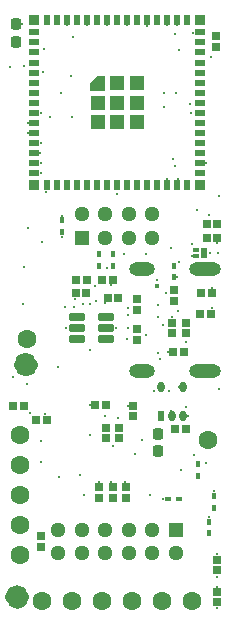
<source format=gbr>
%TF.GenerationSoftware,Altium Limited,Altium Designer,24.6.1 (21)*%
G04 Layer_Color=8388736*
%FSLAX45Y45*%
%MOMM*%
%TF.SameCoordinates,189501FC-2F9B-42A0-9727-E85274D5E768*%
%TF.FilePolarity,Negative*%
%TF.FileFunction,Soldermask,Top*%
%TF.Part,Single*%
G01*
G75*
%TA.AperFunction,NonConductor*%
%ADD62C,0.50000*%
%ADD63C,1.00000*%
%TA.AperFunction,SMDPad,CuDef*%
G04:AMPARAMS|DCode=64|XSize=0.986mm|YSize=0.906mm|CornerRadius=0.25795mm|HoleSize=0mm|Usage=FLASHONLY|Rotation=270.000|XOffset=0mm|YOffset=0mm|HoleType=Round|Shape=RoundedRectangle|*
%AMROUNDEDRECTD64*
21,1,0.98600,0.39010,0,0,270.0*
21,1,0.47010,0.90600,0,0,270.0*
1,1,0.51590,-0.19505,-0.23505*
1,1,0.51590,-0.19505,0.23505*
1,1,0.51590,0.19505,0.23505*
1,1,0.51590,0.19505,-0.23505*
%
%ADD64ROUNDEDRECTD64*%
%ADD65R,0.67600X0.77600*%
G04:AMPARAMS|DCode=66|XSize=1.286mm|YSize=0.666mm|CornerRadius=0.11175mm|HoleSize=0mm|Usage=FLASHONLY|Rotation=0.000|XOffset=0mm|YOffset=0mm|HoleType=Round|Shape=RoundedRectangle|*
%AMROUNDEDRECTD66*
21,1,1.28600,0.44250,0,0,0.0*
21,1,1.06250,0.66600,0,0,0.0*
1,1,0.22350,0.53125,-0.22125*
1,1,0.22350,-0.53125,-0.22125*
1,1,0.22350,-0.53125,0.22125*
1,1,0.22350,0.53125,0.22125*
%
%ADD66ROUNDEDRECTD66*%
%ADD67O,0.62600X0.87600*%
%ADD68R,0.62600X0.87600*%
%TA.AperFunction,BGAPad,CuDef*%
%ADD69R,1.27600X1.27600*%
%TA.AperFunction,ConnectorPad*%
%ADD70R,0.87600X0.47600*%
%ADD71R,0.47600X0.87600*%
%TA.AperFunction,SMDPad,CuDef*%
%ADD72R,0.87600X0.87600*%
%ADD73R,0.77600X0.67600*%
%ADD74R,0.61600X0.37600*%
%ADD75R,0.37600X0.61600*%
%ADD76R,0.67600X0.71600*%
%ADD77R,0.71600X0.67600*%
%TA.AperFunction,ComponentPad*%
%ADD78C,1.60000*%
%ADD79C,1.28400*%
%ADD80R,1.28400X1.28400*%
%ADD81O,2.67600X1.17600*%
%ADD82O,2.17600X1.17600*%
%TA.AperFunction,ViaPad*%
%ADD83C,1.60000*%
%ADD84C,0.32600*%
%ADD85C,0.45320*%
G36*
X820744Y4568744D02*
X821460Y4568527D01*
X822121Y4568174D01*
X822699Y4567700D01*
X823174Y4567121D01*
X823527Y4566461D01*
X823744Y4565744D01*
X823818Y4565000D01*
Y4444999D01*
X823744Y4444254D01*
X823527Y4443538D01*
X823174Y4442878D01*
X822699Y4442299D01*
X822121Y4441824D01*
X821460Y4441471D01*
X820744Y4441254D01*
X819999Y4441181D01*
X699999D01*
X699254Y4441254D01*
X698538Y4441471D01*
X697877Y4441824D01*
X697299Y4442299D01*
X696824Y4442878D01*
X696471Y4443538D01*
X696254Y4444254D01*
X696180Y4444999D01*
Y4504999D01*
X696254Y4505744D01*
X696471Y4506460D01*
X696824Y4507120D01*
X697299Y4507699D01*
X757300Y4567699D01*
X757878Y4568174D01*
X758538Y4568527D01*
X759255Y4568744D01*
X760000Y4568818D01*
X819999Y4568818D01*
X820744Y4568744D01*
D02*
G37*
G36*
X1617500Y3072500D02*
X1567500D01*
Y3107500D01*
X1617500D01*
Y3072500D01*
D02*
G37*
G36*
Y3027500D02*
X1567500D01*
Y3062500D01*
X1617500D01*
Y3027500D01*
D02*
G37*
G36*
X1687500Y3027500D02*
X1637500D01*
Y3107500D01*
X1687500D01*
Y3027500D01*
D02*
G37*
D62*
X105000Y155000D02*
G03*
X105000Y155000I-25000J0D01*
G01*
X177500Y2122500D02*
G03*
X177500Y2122500I-25000J0D01*
G01*
D63*
X130000Y155000D02*
G03*
X130000Y155000I-50000J0D01*
G01*
X202500Y2122500D02*
G03*
X202500Y2122500I-50000J0D01*
G01*
X30000Y155000D02*
X130000D01*
X102500Y2122500D02*
X202500D01*
D64*
X1275000Y1387500D02*
D03*
Y1537500D02*
D03*
X67500Y4855000D02*
D03*
Y5005000D02*
D03*
D65*
X1405000Y2662500D02*
D03*
Y2752500D02*
D03*
X1095000Y2585000D02*
D03*
Y2675000D02*
D03*
Y2422500D02*
D03*
Y2332500D02*
D03*
X1507500Y2477500D02*
D03*
Y2387500D02*
D03*
X1770000Y380000D02*
D03*
Y470000D02*
D03*
X887500Y1085000D02*
D03*
Y995000D02*
D03*
X772500Y1085000D02*
D03*
Y995000D02*
D03*
X945000Y1497500D02*
D03*
Y1587500D02*
D03*
X830000Y1497500D02*
D03*
Y1587500D02*
D03*
D66*
X584000Y2525000D02*
D03*
Y2430000D02*
D03*
Y2335000D02*
D03*
X835000D02*
D03*
Y2430000D02*
D03*
Y2525000D02*
D03*
D67*
X1487500Y1930000D02*
D03*
X1297500D02*
D03*
X1487500Y1690000D02*
D03*
X1392500D02*
D03*
D68*
X1297500D02*
D03*
D69*
X924999Y4339999D02*
D03*
X760000D02*
D03*
X1089999D02*
D03*
Y4505000D02*
D03*
X924999Y4504999D02*
D03*
X759999Y4174999D02*
D03*
X924999D02*
D03*
X1089999D02*
D03*
D70*
X1625000Y4339999D02*
D03*
X224998Y3744999D02*
D03*
X224998Y4935001D02*
D03*
Y4850000D02*
D03*
Y4765000D02*
D03*
X224998Y4680000D02*
D03*
Y4595000D02*
D03*
Y4510000D02*
D03*
Y4425000D02*
D03*
Y4339999D02*
D03*
Y4254999D02*
D03*
Y4170000D02*
D03*
Y4085000D02*
D03*
Y4000000D02*
D03*
Y3915000D02*
D03*
Y3829999D02*
D03*
X1625001Y3744999D02*
D03*
X1625001Y4935001D02*
D03*
Y4850000D02*
D03*
Y4765000D02*
D03*
X1625001Y4680000D02*
D03*
Y4595000D02*
D03*
Y4510000D02*
D03*
Y4425000D02*
D03*
Y4254999D02*
D03*
Y4170000D02*
D03*
Y4085000D02*
D03*
Y4000000D02*
D03*
Y3915000D02*
D03*
Y3829999D02*
D03*
D71*
X924999Y5040000D02*
D03*
Y3639999D02*
D03*
X1520000Y5040001D02*
D03*
X329998Y5040001D02*
D03*
X414998D02*
D03*
X499998D02*
D03*
X584999Y5040001D02*
D03*
X669999D02*
D03*
X754999D02*
D03*
X839999D02*
D03*
X1010000D02*
D03*
X1094999D02*
D03*
X1179999D02*
D03*
X1264999D02*
D03*
X1349999D02*
D03*
X1435000D02*
D03*
X1520000Y3639999D02*
D03*
X329998Y3639999D02*
D03*
X414999D02*
D03*
X499999D02*
D03*
X584999Y3639999D02*
D03*
X669999D02*
D03*
X754999D02*
D03*
X839999D02*
D03*
X1010000D02*
D03*
X1094999D02*
D03*
X1179999D02*
D03*
X1265000D02*
D03*
X1350000D02*
D03*
X1435000D02*
D03*
D72*
X224999Y5040000D02*
D03*
X224999Y3639999D02*
D03*
X1625000Y3639999D02*
D03*
X1625000Y5040000D02*
D03*
D73*
X1630000Y2550000D02*
D03*
X1720000D02*
D03*
X1492500Y2230000D02*
D03*
X1402500D02*
D03*
X935000Y2682500D02*
D03*
X845000D02*
D03*
X1505000Y1577500D02*
D03*
X1415000D02*
D03*
X667500Y2842500D02*
D03*
X577500D02*
D03*
X890000D02*
D03*
X800000D02*
D03*
D74*
X1357000Y987500D02*
D03*
X1453000D02*
D03*
D75*
X1612500Y1278500D02*
D03*
Y1182500D02*
D03*
X1745000Y912000D02*
D03*
Y1008000D02*
D03*
X1705000Y793000D02*
D03*
Y697000D02*
D03*
X1405000Y2862000D02*
D03*
Y2958000D02*
D03*
X457500Y3246500D02*
D03*
Y3342500D02*
D03*
X895000Y3055500D02*
D03*
Y2959500D02*
D03*
X775000Y3055500D02*
D03*
Y2959500D02*
D03*
D76*
X1637000Y2725000D02*
D03*
X1725000D02*
D03*
X665000Y2725000D02*
D03*
X577000D02*
D03*
X1686000Y3197500D02*
D03*
X1774000D02*
D03*
X1686000Y3310000D02*
D03*
X1774000D02*
D03*
X829000Y1780000D02*
D03*
X741000D02*
D03*
X329000Y1657500D02*
D03*
X241000D02*
D03*
X135000Y1772500D02*
D03*
X47000D02*
D03*
D77*
X277500Y670000D02*
D03*
Y582000D02*
D03*
X1765000Y4813500D02*
D03*
Y4901500D02*
D03*
X1392500Y2387500D02*
D03*
Y2475500D02*
D03*
X1005000Y996000D02*
D03*
Y1084000D02*
D03*
X1060000Y1685000D02*
D03*
Y1773000D02*
D03*
X1770000Y110000D02*
D03*
Y198000D02*
D03*
D78*
X101600Y1016000D02*
D03*
Y762000D02*
D03*
Y508000D02*
D03*
Y1270000D02*
D03*
Y1524000D02*
D03*
X798000Y125000D02*
D03*
X1052000D02*
D03*
X1306000D02*
D03*
X1560000D02*
D03*
X544000D02*
D03*
X290000D02*
D03*
D79*
X425000Y525000D02*
D03*
X625000D02*
D03*
X425000Y725000D02*
D03*
X625000D02*
D03*
X825001Y525000D02*
D03*
X1025001D02*
D03*
X1225001D02*
D03*
X1425001D02*
D03*
X825001Y725000D02*
D03*
X1025001D02*
D03*
X1225001D02*
D03*
X825000Y3197500D02*
D03*
X1025000D02*
D03*
X1225000D02*
D03*
X625000Y3397500D02*
D03*
X825000D02*
D03*
X1025000D02*
D03*
X1225000D02*
D03*
D80*
X1425001Y725000D02*
D03*
X625000Y3197500D02*
D03*
D81*
X1672500Y2934500D02*
D03*
Y2070500D02*
D03*
D82*
X1136500Y2934500D02*
D03*
Y2070500D02*
D03*
D83*
X1697100Y1482700D02*
D03*
X160400Y2341900D02*
D03*
D84*
X1558894Y3042126D02*
D03*
X822700Y2641400D02*
D03*
X492500Y2430000D02*
D03*
X1770000Y3150000D02*
D03*
X425000Y2105000D02*
D03*
X165000Y1955000D02*
D03*
X695000Y2242500D02*
D03*
X747500Y2660000D02*
D03*
X640000Y2635000D02*
D03*
X697500D02*
D03*
X290280Y3156279D02*
D03*
X739600Y2784759D02*
D03*
X457500Y3382500D02*
D03*
X459800Y3205455D02*
D03*
X572200Y2676501D02*
D03*
X1015000Y1770000D02*
D03*
X1704059Y3385941D02*
D03*
X1450000Y4785000D02*
D03*
X1600000Y3432500D02*
D03*
X535000Y4565000D02*
D03*
X1322500Y4300000D02*
D03*
X1435000Y4995000D02*
D03*
X842500Y4997500D02*
D03*
X1572500Y4932500D02*
D03*
X1677500Y3830000D02*
D03*
X1437500Y3695000D02*
D03*
X1350000Y3692500D02*
D03*
X327500Y3587500D02*
D03*
X277500Y3745000D02*
D03*
Y3827500D02*
D03*
Y4000000D02*
D03*
X275000Y3915000D02*
D03*
X255000Y4935000D02*
D03*
X140000Y2947500D02*
D03*
X870000Y2797960D02*
D03*
X1352500Y2230000D02*
D03*
X1275040Y2627500D02*
D03*
X1275040Y2527500D02*
D03*
X1172137Y2375655D02*
D03*
X1272500Y2220000D02*
D03*
X1015600Y2540000D02*
D03*
X825000Y1685000D02*
D03*
X1432500Y2862500D02*
D03*
X122500Y5010000D02*
D03*
X545000Y4217500D02*
D03*
X315000Y1702500D02*
D03*
X1392500Y2525000D02*
D03*
X995000Y1132500D02*
D03*
X875000D02*
D03*
X775000Y1130000D02*
D03*
X889600Y1437099D02*
D03*
X1447500Y1935000D02*
D03*
X1745000Y1050000D02*
D03*
X1705000Y835000D02*
D03*
X1772500Y517500D02*
D03*
X1770000Y327500D02*
D03*
X1772500Y240000D02*
D03*
X1770000Y60000D02*
D03*
X1005000Y970000D02*
D03*
X1380000Y1732500D02*
D03*
X1717500Y4725000D02*
D03*
X985000Y3055000D02*
D03*
X610400Y1185000D02*
D03*
X430000Y1172500D02*
D03*
X1682500Y1290000D02*
D03*
X1315000Y987500D02*
D03*
X1015600Y2603739D02*
D03*
X759999Y4504999D02*
D03*
X1465000Y1232500D02*
D03*
X837500Y2937500D02*
D03*
X1172500Y3055000D02*
D03*
X1380000Y3107500D02*
D03*
X1790000Y1920000D02*
D03*
X1439121Y2578379D02*
D03*
X1020000Y2430000D02*
D03*
X1450000Y2992500D02*
D03*
X1264400Y2837389D02*
D03*
X1777500Y3065000D02*
D03*
X1715000Y3067500D02*
D03*
X1790001Y3549058D02*
D03*
X1012500Y2340000D02*
D03*
X912500Y2432500D02*
D03*
X1575000Y1360000D02*
D03*
X1507500Y2380000D02*
D03*
Y2317500D02*
D03*
X1725000Y2775000D02*
D03*
X1508626Y1764393D02*
D03*
X1530000Y1687500D02*
D03*
X1365000Y1900000D02*
D03*
X1138800Y1485000D02*
D03*
X1562500Y3145000D02*
D03*
X1291361Y2168861D02*
D03*
X1317500Y2455000D02*
D03*
X1337100Y2732500D02*
D03*
X562500Y2612500D02*
D03*
X482500Y2609636D02*
D03*
X222500Y3637500D02*
D03*
X173100Y3277500D02*
D03*
X130000Y2637500D02*
D03*
X190000Y1715000D02*
D03*
X277500Y1297500D02*
D03*
Y1477500D02*
D03*
X692500Y1780000D02*
D03*
X932500Y1670000D02*
D03*
X47500Y2017500D02*
D03*
X1322500Y4422500D02*
D03*
X357500Y4217500D02*
D03*
X173100Y4170000D02*
D03*
Y4085000D02*
D03*
X1240000Y1895000D02*
D03*
X695000Y1527499D02*
D03*
X1075000Y1365000D02*
D03*
X644998Y1014995D02*
D03*
X1204998Y1014996D02*
D03*
X22500Y4640000D02*
D03*
X135000Y4652500D02*
D03*
X925779Y3568280D02*
D03*
X1420000Y4922500D02*
D03*
X672500Y4995000D02*
D03*
X1010000D02*
D03*
X1180000Y4992500D02*
D03*
X1350000Y4995000D02*
D03*
X500000Y4997500D02*
D03*
X1625000Y3639999D02*
D03*
X1625000Y5040000D02*
D03*
X224998Y5035001D02*
D03*
X307500Y4797500D02*
D03*
X1547500Y4252500D02*
D03*
X1545000Y4327500D02*
D03*
X1399400Y3859400D02*
D03*
X1415779Y3800780D02*
D03*
X1425000Y4422500D02*
D03*
X452500D02*
D03*
X282500Y4255000D02*
D03*
X302500Y4597500D02*
D03*
X550000Y4895000D02*
D03*
X759999Y4174999D02*
D03*
X924999D02*
D03*
X1089999Y4175000D02*
D03*
Y4339999D02*
D03*
X924999D02*
D03*
X760000D02*
D03*
X924999Y4505000D02*
D03*
X1089999D02*
D03*
X1725000Y2600000D02*
D03*
D85*
X1264400Y2785000D02*
D03*
%TF.MD5,dcd24a5a2ed09fa83cf9a6bb7e292364*%
M02*

</source>
